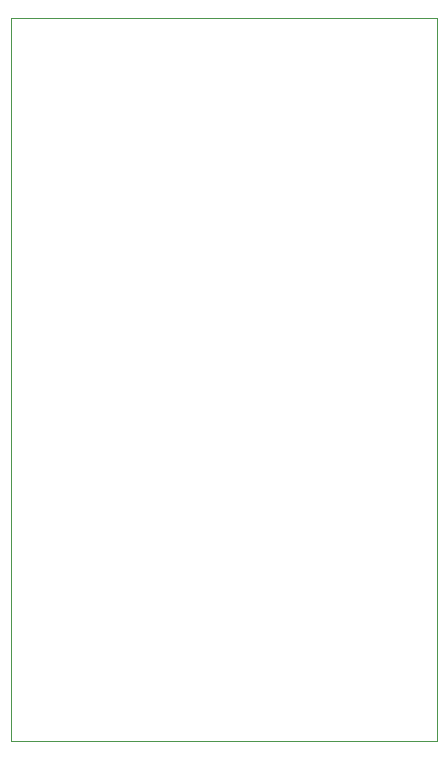
<source format=gm1>
G04 #@! TF.GenerationSoftware,KiCad,Pcbnew,8.0.4*
G04 #@! TF.CreationDate,2024-08-02T20:22:04-07:00*
G04 #@! TF.ProjectId,CHESSmate CPU,43484553-536d-4617-9465-204350552e6b,rev?*
G04 #@! TF.SameCoordinates,Original*
G04 #@! TF.FileFunction,Profile,NP*
%FSLAX46Y46*%
G04 Gerber Fmt 4.6, Leading zero omitted, Abs format (unit mm)*
G04 Created by KiCad (PCBNEW 8.0.4) date 2024-08-02 20:22:04*
%MOMM*%
%LPD*%
G01*
G04 APERTURE LIST*
G04 #@! TA.AperFunction,Profile*
%ADD10C,0.100000*%
G04 #@! TD*
G04 APERTURE END LIST*
D10*
X109100000Y-54110000D02*
X145130000Y-54110000D01*
X145130000Y-115310000D01*
X109100000Y-115310000D01*
X109100000Y-54110000D01*
M02*

</source>
